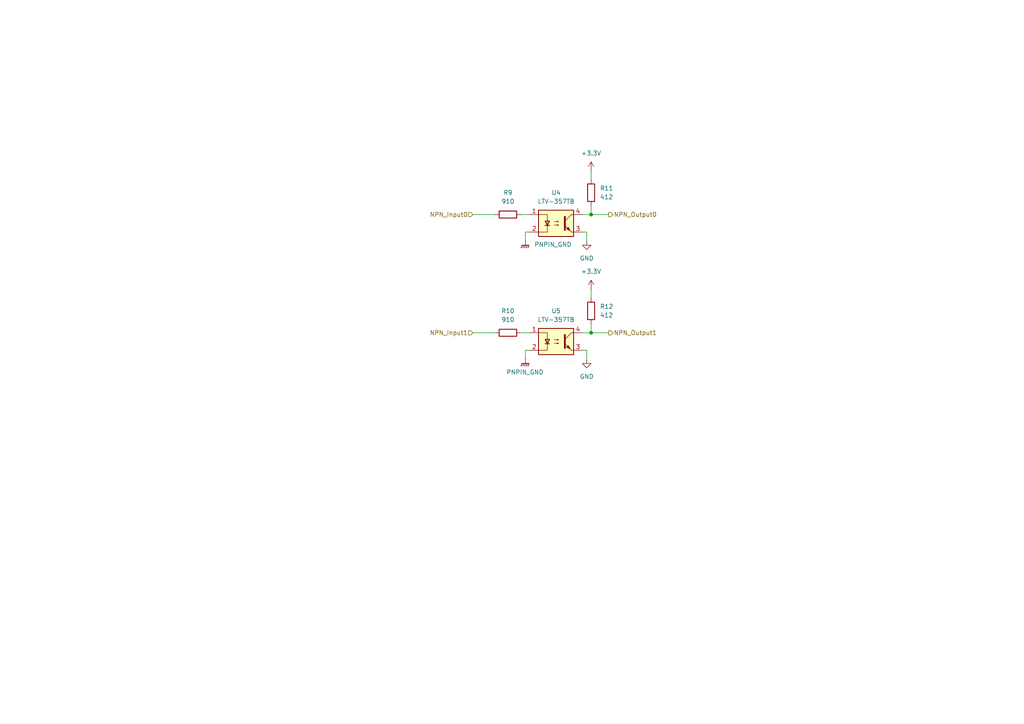
<source format=kicad_sch>
(kicad_sch
	(version 20250114)
	(generator "eeschema")
	(generator_version "9.0")
	(uuid "e63b338f-bd90-4c52-970e-b80b54cdea6a")
	(paper "A4")
	(lib_symbols
		(symbol "Device:R"
			(pin_numbers
				(hide yes)
			)
			(pin_names
				(offset 0)
			)
			(exclude_from_sim no)
			(in_bom yes)
			(on_board yes)
			(property "Reference" "R"
				(at 2.032 0 90)
				(effects
					(font
						(size 1.27 1.27)
					)
				)
			)
			(property "Value" "R"
				(at 0 0 90)
				(effects
					(font
						(size 1.27 1.27)
					)
				)
			)
			(property "Footprint" ""
				(at -1.778 0 90)
				(effects
					(font
						(size 1.27 1.27)
					)
					(hide yes)
				)
			)
			(property "Datasheet" "~"
				(at 0 0 0)
				(effects
					(font
						(size 1.27 1.27)
					)
					(hide yes)
				)
			)
			(property "Description" "Resistor"
				(at 0 0 0)
				(effects
					(font
						(size 1.27 1.27)
					)
					(hide yes)
				)
			)
			(property "ki_keywords" "R res resistor"
				(at 0 0 0)
				(effects
					(font
						(size 1.27 1.27)
					)
					(hide yes)
				)
			)
			(property "ki_fp_filters" "R_*"
				(at 0 0 0)
				(effects
					(font
						(size 1.27 1.27)
					)
					(hide yes)
				)
			)
			(symbol "R_0_1"
				(rectangle
					(start -1.016 -2.54)
					(end 1.016 2.54)
					(stroke
						(width 0.254)
						(type default)
					)
					(fill
						(type none)
					)
				)
			)
			(symbol "R_1_1"
				(pin passive line
					(at 0 3.81 270)
					(length 1.27)
					(name "~"
						(effects
							(font
								(size 1.27 1.27)
							)
						)
					)
					(number "1"
						(effects
							(font
								(size 1.27 1.27)
							)
						)
					)
				)
				(pin passive line
					(at 0 -3.81 90)
					(length 1.27)
					(name "~"
						(effects
							(font
								(size 1.27 1.27)
							)
						)
					)
					(number "2"
						(effects
							(font
								(size 1.27 1.27)
							)
						)
					)
				)
			)
			(embedded_fonts no)
		)
		(symbol "Isolator:LTV-357T"
			(pin_names
				(offset 1.016)
			)
			(exclude_from_sim no)
			(in_bom yes)
			(on_board yes)
			(property "Reference" "U"
				(at -5.334 4.826 0)
				(effects
					(font
						(size 1.27 1.27)
					)
					(justify left)
				)
			)
			(property "Value" "LTV-357T"
				(at 0 5.08 0)
				(effects
					(font
						(size 1.27 1.27)
					)
					(justify left)
				)
			)
			(property "Footprint" "Package_SO:SO-4_4.4x3.6mm_P2.54mm"
				(at -5.08 -5.08 0)
				(effects
					(font
						(size 1.27 1.27)
						(italic yes)
					)
					(justify left)
					(hide yes)
				)
			)
			(property "Datasheet" "https://www.buerklin.com/medias/sys_master/download/download/h91/ha0/8892020588574.pdf"
				(at 0 0 0)
				(effects
					(font
						(size 1.27 1.27)
					)
					(justify left)
					(hide yes)
				)
			)
			(property "Description" "DC Optocoupler, Vce 35V, CTR 50%, SO-4"
				(at 0 0 0)
				(effects
					(font
						(size 1.27 1.27)
					)
					(hide yes)
				)
			)
			(property "ki_keywords" "NPN DC Optocoupler"
				(at 0 0 0)
				(effects
					(font
						(size 1.27 1.27)
					)
					(hide yes)
				)
			)
			(property "ki_fp_filters" "SO*4.4x3.6mm*P2.54mm*"
				(at 0 0 0)
				(effects
					(font
						(size 1.27 1.27)
					)
					(hide yes)
				)
			)
			(symbol "LTV-357T_0_1"
				(rectangle
					(start -5.08 3.81)
					(end 5.08 -3.81)
					(stroke
						(width 0.254)
						(type default)
					)
					(fill
						(type background)
					)
				)
				(polyline
					(pts
						(xy -5.08 2.54) (xy -2.54 2.54) (xy -2.54 -0.762)
					)
					(stroke
						(width 0)
						(type default)
					)
					(fill
						(type none)
					)
				)
				(polyline
					(pts
						(xy -3.175 -0.635) (xy -1.905 -0.635)
					)
					(stroke
						(width 0.254)
						(type default)
					)
					(fill
						(type none)
					)
				)
				(polyline
					(pts
						(xy -2.54 -0.635) (xy -2.54 -2.54) (xy -5.08 -2.54)
					)
					(stroke
						(width 0)
						(type default)
					)
					(fill
						(type none)
					)
				)
				(polyline
					(pts
						(xy -2.54 -0.635) (xy -3.175 0.635) (xy -1.905 0.635) (xy -2.54 -0.635)
					)
					(stroke
						(width 0.254)
						(type default)
					)
					(fill
						(type none)
					)
				)
				(polyline
					(pts
						(xy -0.508 0.508) (xy 0.762 0.508) (xy 0.381 0.381) (xy 0.381 0.635) (xy 0.762 0.508)
					)
					(stroke
						(width 0)
						(type default)
					)
					(fill
						(type none)
					)
				)
				(polyline
					(pts
						(xy -0.508 -0.508) (xy 0.762 -0.508) (xy 0.381 -0.635) (xy 0.381 -0.381) (xy 0.762 -0.508)
					)
					(stroke
						(width 0)
						(type default)
					)
					(fill
						(type none)
					)
				)
				(polyline
					(pts
						(xy 2.54 1.905) (xy 2.54 -1.905) (xy 2.54 -1.905)
					)
					(stroke
						(width 0.508)
						(type default)
					)
					(fill
						(type none)
					)
				)
				(polyline
					(pts
						(xy 2.54 0.635) (xy 4.445 2.54)
					)
					(stroke
						(width 0)
						(type default)
					)
					(fill
						(type none)
					)
				)
				(polyline
					(pts
						(xy 3.048 -1.651) (xy 3.556 -1.143) (xy 4.064 -2.159) (xy 3.048 -1.651) (xy 3.048 -1.651)
					)
					(stroke
						(width 0)
						(type default)
					)
					(fill
						(type outline)
					)
				)
				(polyline
					(pts
						(xy 4.445 2.54) (xy 5.08 2.54)
					)
					(stroke
						(width 0)
						(type default)
					)
					(fill
						(type none)
					)
				)
				(polyline
					(pts
						(xy 4.445 -2.54) (xy 2.54 -0.635)
					)
					(stroke
						(width 0)
						(type default)
					)
					(fill
						(type outline)
					)
				)
				(polyline
					(pts
						(xy 4.445 -2.54) (xy 5.08 -2.54)
					)
					(stroke
						(width 0)
						(type default)
					)
					(fill
						(type none)
					)
				)
			)
			(symbol "LTV-357T_1_1"
				(pin passive line
					(at -7.62 2.54 0)
					(length 2.54)
					(name "~"
						(effects
							(font
								(size 1.27 1.27)
							)
						)
					)
					(number "1"
						(effects
							(font
								(size 1.27 1.27)
							)
						)
					)
				)
				(pin passive line
					(at -7.62 -2.54 0)
					(length 2.54)
					(name "~"
						(effects
							(font
								(size 1.27 1.27)
							)
						)
					)
					(number "2"
						(effects
							(font
								(size 1.27 1.27)
							)
						)
					)
				)
				(pin passive line
					(at 7.62 2.54 180)
					(length 2.54)
					(name "~"
						(effects
							(font
								(size 1.27 1.27)
							)
						)
					)
					(number "4"
						(effects
							(font
								(size 1.27 1.27)
							)
						)
					)
				)
				(pin passive line
					(at 7.62 -2.54 180)
					(length 2.54)
					(name "~"
						(effects
							(font
								(size 1.27 1.27)
							)
						)
					)
					(number "3"
						(effects
							(font
								(size 1.27 1.27)
							)
						)
					)
				)
			)
			(embedded_fonts no)
		)
		(symbol "power:+3.3V"
			(power)
			(pin_numbers
				(hide yes)
			)
			(pin_names
				(offset 0)
				(hide yes)
			)
			(exclude_from_sim no)
			(in_bom yes)
			(on_board yes)
			(property "Reference" "#PWR"
				(at 0 -3.81 0)
				(effects
					(font
						(size 1.27 1.27)
					)
					(hide yes)
				)
			)
			(property "Value" "+3.3V"
				(at 0 3.556 0)
				(effects
					(font
						(size 1.27 1.27)
					)
				)
			)
			(property "Footprint" ""
				(at 0 0 0)
				(effects
					(font
						(size 1.27 1.27)
					)
					(hide yes)
				)
			)
			(property "Datasheet" ""
				(at 0 0 0)
				(effects
					(font
						(size 1.27 1.27)
					)
					(hide yes)
				)
			)
			(property "Description" "Power symbol creates a global label with name \"+3.3V\""
				(at 0 0 0)
				(effects
					(font
						(size 1.27 1.27)
					)
					(hide yes)
				)
			)
			(property "ki_keywords" "global power"
				(at 0 0 0)
				(effects
					(font
						(size 1.27 1.27)
					)
					(hide yes)
				)
			)
			(symbol "+3.3V_0_1"
				(polyline
					(pts
						(xy -0.762 1.27) (xy 0 2.54)
					)
					(stroke
						(width 0)
						(type default)
					)
					(fill
						(type none)
					)
				)
				(polyline
					(pts
						(xy 0 2.54) (xy 0.762 1.27)
					)
					(stroke
						(width 0)
						(type default)
					)
					(fill
						(type none)
					)
				)
				(polyline
					(pts
						(xy 0 0) (xy 0 2.54)
					)
					(stroke
						(width 0)
						(type default)
					)
					(fill
						(type none)
					)
				)
			)
			(symbol "+3.3V_1_1"
				(pin power_in line
					(at 0 0 90)
					(length 0)
					(name "~"
						(effects
							(font
								(size 1.27 1.27)
							)
						)
					)
					(number "1"
						(effects
							(font
								(size 1.27 1.27)
							)
						)
					)
				)
			)
			(embedded_fonts no)
		)
		(symbol "power:GND"
			(power)
			(pin_numbers
				(hide yes)
			)
			(pin_names
				(offset 0)
				(hide yes)
			)
			(exclude_from_sim no)
			(in_bom yes)
			(on_board yes)
			(property "Reference" "#PWR"
				(at 0 -6.35 0)
				(effects
					(font
						(size 1.27 1.27)
					)
					(hide yes)
				)
			)
			(property "Value" "GND"
				(at 0 -3.81 0)
				(effects
					(font
						(size 1.27 1.27)
					)
				)
			)
			(property "Footprint" ""
				(at 0 0 0)
				(effects
					(font
						(size 1.27 1.27)
					)
					(hide yes)
				)
			)
			(property "Datasheet" ""
				(at 0 0 0)
				(effects
					(font
						(size 1.27 1.27)
					)
					(hide yes)
				)
			)
			(property "Description" "Power symbol creates a global label with name \"GND\" , ground"
				(at 0 0 0)
				(effects
					(font
						(size 1.27 1.27)
					)
					(hide yes)
				)
			)
			(property "ki_keywords" "global power"
				(at 0 0 0)
				(effects
					(font
						(size 1.27 1.27)
					)
					(hide yes)
				)
			)
			(symbol "GND_0_1"
				(polyline
					(pts
						(xy 0 0) (xy 0 -1.27) (xy 1.27 -1.27) (xy 0 -2.54) (xy -1.27 -1.27) (xy 0 -1.27)
					)
					(stroke
						(width 0)
						(type default)
					)
					(fill
						(type none)
					)
				)
			)
			(symbol "GND_1_1"
				(pin power_in line
					(at 0 0 270)
					(length 0)
					(name "~"
						(effects
							(font
								(size 1.27 1.27)
							)
						)
					)
					(number "1"
						(effects
							(font
								(size 1.27 1.27)
							)
						)
					)
				)
			)
			(embedded_fonts no)
		)
		(symbol "power:GNDPWR"
			(power)
			(pin_numbers
				(hide yes)
			)
			(pin_names
				(offset 0)
				(hide yes)
			)
			(exclude_from_sim no)
			(in_bom yes)
			(on_board yes)
			(property "Reference" "#PWR"
				(at 0 -5.08 0)
				(effects
					(font
						(size 1.27 1.27)
					)
					(hide yes)
				)
			)
			(property "Value" "GNDPWR"
				(at 0 -3.302 0)
				(effects
					(font
						(size 1.27 1.27)
					)
				)
			)
			(property "Footprint" ""
				(at 0 -1.27 0)
				(effects
					(font
						(size 1.27 1.27)
					)
					(hide yes)
				)
			)
			(property "Datasheet" ""
				(at 0 -1.27 0)
				(effects
					(font
						(size 1.27 1.27)
					)
					(hide yes)
				)
			)
			(property "Description" "Power symbol creates a global label with name \"GNDPWR\" , global ground"
				(at 0 0 0)
				(effects
					(font
						(size 1.27 1.27)
					)
					(hide yes)
				)
			)
			(property "ki_keywords" "global ground"
				(at 0 0 0)
				(effects
					(font
						(size 1.27 1.27)
					)
					(hide yes)
				)
			)
			(symbol "GNDPWR_0_1"
				(polyline
					(pts
						(xy -1.016 -1.27) (xy -1.27 -2.032) (xy -1.27 -2.032)
					)
					(stroke
						(width 0.2032)
						(type default)
					)
					(fill
						(type none)
					)
				)
				(polyline
					(pts
						(xy -0.508 -1.27) (xy -0.762 -2.032) (xy -0.762 -2.032)
					)
					(stroke
						(width 0.2032)
						(type default)
					)
					(fill
						(type none)
					)
				)
				(polyline
					(pts
						(xy 0 -1.27) (xy 0 0)
					)
					(stroke
						(width 0)
						(type default)
					)
					(fill
						(type none)
					)
				)
				(polyline
					(pts
						(xy 0 -1.27) (xy -0.254 -2.032) (xy -0.254 -2.032)
					)
					(stroke
						(width 0.2032)
						(type default)
					)
					(fill
						(type none)
					)
				)
				(polyline
					(pts
						(xy 0.508 -1.27) (xy 0.254 -2.032) (xy 0.254 -2.032)
					)
					(stroke
						(width 0.2032)
						(type default)
					)
					(fill
						(type none)
					)
				)
				(polyline
					(pts
						(xy 1.016 -1.27) (xy -1.016 -1.27) (xy -1.016 -1.27)
					)
					(stroke
						(width 0.2032)
						(type default)
					)
					(fill
						(type none)
					)
				)
				(polyline
					(pts
						(xy 1.016 -1.27) (xy 0.762 -2.032) (xy 0.762 -2.032) (xy 0.762 -2.032)
					)
					(stroke
						(width 0.2032)
						(type default)
					)
					(fill
						(type none)
					)
				)
			)
			(symbol "GNDPWR_1_1"
				(pin power_in line
					(at 0 0 270)
					(length 0)
					(name "~"
						(effects
							(font
								(size 1.27 1.27)
							)
						)
					)
					(number "1"
						(effects
							(font
								(size 1.27 1.27)
							)
						)
					)
				)
			)
			(embedded_fonts no)
		)
	)
	(junction
		(at 171.45 62.23)
		(diameter 0)
		(color 0 0 0 0)
		(uuid "251392dd-b0ba-4966-86f7-3b0f6bba7712")
	)
	(junction
		(at 171.45 96.52)
		(diameter 0)
		(color 0 0 0 0)
		(uuid "c87f85f3-b5f9-4d2f-b0e1-a4d97d890da7")
	)
	(wire
		(pts
			(xy 168.91 62.23) (xy 171.45 62.23)
		)
		(stroke
			(width 0)
			(type default)
		)
		(uuid "113ed71f-eab6-47d0-ae62-05c3b50373a0")
	)
	(wire
		(pts
			(xy 151.13 62.23) (xy 153.67 62.23)
		)
		(stroke
			(width 0)
			(type default)
		)
		(uuid "11e9d63d-050d-4965-a35b-70286ddd5109")
	)
	(wire
		(pts
			(xy 168.91 101.6) (xy 170.18 101.6)
		)
		(stroke
			(width 0)
			(type default)
		)
		(uuid "1bb3a43a-52ab-4b8b-bf10-077dcaad3301")
	)
	(wire
		(pts
			(xy 152.4 67.31) (xy 153.67 67.31)
		)
		(stroke
			(width 0)
			(type default)
		)
		(uuid "2d2b10dc-3a9d-41de-a4d4-09279585a612")
	)
	(wire
		(pts
			(xy 168.91 96.52) (xy 171.45 96.52)
		)
		(stroke
			(width 0)
			(type default)
		)
		(uuid "3525d4c9-4d31-4d6a-80cf-a2a60fdfebcf")
	)
	(wire
		(pts
			(xy 171.45 62.23) (xy 171.45 59.69)
		)
		(stroke
			(width 0)
			(type default)
		)
		(uuid "3c06f578-db1e-4b2d-90f8-2606ea5e9e41")
	)
	(wire
		(pts
			(xy 171.45 96.52) (xy 171.45 93.98)
		)
		(stroke
			(width 0)
			(type default)
		)
		(uuid "4470587e-e4a2-420d-aad8-f6fef59862a8")
	)
	(wire
		(pts
			(xy 152.4 101.6) (xy 153.67 101.6)
		)
		(stroke
			(width 0)
			(type default)
		)
		(uuid "47016aa5-9054-439a-abae-07c615331338")
	)
	(wire
		(pts
			(xy 137.16 96.52) (xy 143.51 96.52)
		)
		(stroke
			(width 0)
			(type default)
		)
		(uuid "679f119b-f62a-4c07-a518-7c446d2fd840")
	)
	(wire
		(pts
			(xy 151.13 96.52) (xy 153.67 96.52)
		)
		(stroke
			(width 0)
			(type default)
		)
		(uuid "7c1f20b2-ae55-4fcf-b33e-b11a688a0708")
	)
	(wire
		(pts
			(xy 152.4 69.85) (xy 152.4 67.31)
		)
		(stroke
			(width 0)
			(type default)
		)
		(uuid "7c9f32e2-4543-471f-bc81-6d2053e1df6c")
	)
	(wire
		(pts
			(xy 170.18 69.85) (xy 170.18 67.31)
		)
		(stroke
			(width 0)
			(type default)
		)
		(uuid "8a0cb2bf-1d70-4525-9622-205a4eb367c3")
	)
	(wire
		(pts
			(xy 171.45 62.23) (xy 176.53 62.23)
		)
		(stroke
			(width 0)
			(type default)
		)
		(uuid "8ae7fd0d-257a-4c71-b794-b7b5412fa1c6")
	)
	(wire
		(pts
			(xy 137.16 62.23) (xy 143.51 62.23)
		)
		(stroke
			(width 0)
			(type default)
		)
		(uuid "a9224f34-892d-4721-ae93-de681b8d050f")
	)
	(wire
		(pts
			(xy 168.91 67.31) (xy 170.18 67.31)
		)
		(stroke
			(width 0)
			(type default)
		)
		(uuid "bcb499b8-ab94-4165-8e23-746821ef797d")
	)
	(wire
		(pts
			(xy 171.45 49.53) (xy 171.45 52.07)
		)
		(stroke
			(width 0)
			(type default)
		)
		(uuid "c0fafe5a-5da4-49de-b734-2ac3689e9342")
	)
	(wire
		(pts
			(xy 171.45 83.82) (xy 171.45 86.36)
		)
		(stroke
			(width 0)
			(type default)
		)
		(uuid "d60262b9-79f0-4db3-b774-11abde318f04")
	)
	(wire
		(pts
			(xy 170.18 104.14) (xy 170.18 101.6)
		)
		(stroke
			(width 0)
			(type default)
		)
		(uuid "e6879853-c60a-443c-9395-c3ff0737eb92")
	)
	(wire
		(pts
			(xy 152.4 104.14) (xy 152.4 101.6)
		)
		(stroke
			(width 0)
			(type default)
		)
		(uuid "e82b2d1b-d670-4e92-8638-1850f787c244")
	)
	(wire
		(pts
			(xy 171.45 96.52) (xy 176.53 96.52)
		)
		(stroke
			(width 0)
			(type default)
		)
		(uuid "eb67f670-643d-46aa-9304-f79525b525c5")
	)
	(hierarchical_label "NPN_Input0"
		(shape input)
		(at 137.16 62.23 180)
		(effects
			(font
				(size 1.27 1.27)
			)
			(justify right)
		)
		(uuid "066b7e3e-752c-4897-be91-2220cb93ca09")
	)
	(hierarchical_label "NPN_Output0"
		(shape output)
		(at 176.53 62.23 0)
		(effects
			(font
				(size 1.27 1.27)
			)
			(justify left)
		)
		(uuid "4683a660-a6af-4e01-8b37-dc98f25ca3d1")
	)
	(hierarchical_label "NPN_Output1"
		(shape output)
		(at 176.53 96.52 0)
		(effects
			(font
				(size 1.27 1.27)
			)
			(justify left)
		)
		(uuid "5bc12842-763f-4521-9e9d-f4c80a87e709")
	)
	(hierarchical_label "NPN_Input1"
		(shape input)
		(at 137.16 96.52 180)
		(effects
			(font
				(size 1.27 1.27)
			)
			(justify right)
		)
		(uuid "8dd98e4f-a4ac-432c-b015-ee8967bc79e1")
	)
	(symbol
		(lib_id "Device:R")
		(at 147.32 96.52 90)
		(unit 1)
		(exclude_from_sim no)
		(in_bom yes)
		(on_board yes)
		(dnp no)
		(fields_autoplaced yes)
		(uuid "004646e9-4352-40af-b19a-25302ccf572c")
		(property "Reference" "R10"
			(at 147.32 90.17 90)
			(effects
				(font
					(size 1.27 1.27)
				)
			)
		)
		(property "Value" "910"
			(at 147.32 92.71 90)
			(effects
				(font
					(size 1.27 1.27)
				)
			)
		)
		(property "Footprint" "Resistor_SMD:R_0603_1608Metric"
			(at 147.32 98.298 90)
			(effects
				(font
					(size 1.27 1.27)
				)
				(hide yes)
			)
		)
		(property "Datasheet" "~"
			(at 147.32 96.52 0)
			(effects
				(font
					(size 1.27 1.27)
				)
				(hide yes)
			)
		)
		(property "Description" "Resistor"
			(at 147.32 96.52 0)
			(effects
				(font
					(size 1.27 1.27)
				)
				(hide yes)
			)
		)
		(property "LCSC#" "C114670"
			(at 147.32 96.52 90)
			(effects
				(font
					(size 1.27 1.27)
				)
				(hide yes)
			)
		)
		(pin "1"
			(uuid "c7436843-f654-4a24-a8f7-ed9a8968eecb")
		)
		(pin "2"
			(uuid "7b90e547-b9dd-40a6-b4bb-2123c884d78f")
		)
		(instances
			(project "NIVARA"
				(path "/8290cc18-06d0-4e02-a781-29a61ebc321a/9e4d7a0c-a5eb-4e88-9036-0c35e68b279a/d622ea12-fe2d-4cf1-abd0-941db96d5f54"
					(reference "R10")
					(unit 1)
				)
			)
			(project "NIVARA_ZorionX_BOARD"
				(path "/8e19332e-3534-4a04-99a8-04957ac8928f/d622ea12-fe2d-4cf1-abd0-941db96d5f54"
					(reference "R?")
					(unit 1)
				)
			)
		)
	)
	(symbol
		(lib_id "Device:R")
		(at 171.45 55.88 180)
		(unit 1)
		(exclude_from_sim no)
		(in_bom yes)
		(on_board yes)
		(dnp no)
		(fields_autoplaced yes)
		(uuid "051ee258-561f-49a1-833c-c6cdc7ea4217")
		(property "Reference" "R11"
			(at 173.99 54.6099 0)
			(effects
				(font
					(size 1.27 1.27)
				)
				(justify right)
			)
		)
		(property "Value" "412"
			(at 173.99 57.1499 0)
			(effects
				(font
					(size 1.27 1.27)
				)
				(justify right)
			)
		)
		(property "Footprint" "Resistor_SMD:R_0603_1608Metric"
			(at 173.228 55.88 90)
			(effects
				(font
					(size 1.27 1.27)
				)
				(hide yes)
			)
		)
		(property "Datasheet" "~"
			(at 171.45 55.88 0)
			(effects
				(font
					(size 1.27 1.27)
				)
				(hide yes)
			)
		)
		(property "Description" "Resistor"
			(at 171.45 55.88 0)
			(effects
				(font
					(size 1.27 1.27)
				)
				(hide yes)
			)
		)
		(pin "1"
			(uuid "6347a9f4-fab9-4029-a150-8ca530f54ca6")
		)
		(pin "2"
			(uuid "26ae7f6d-9706-4f08-b913-2050da123edf")
		)
		(instances
			(project "NIVARA"
				(path "/8290cc18-06d0-4e02-a781-29a61ebc321a/9e4d7a0c-a5eb-4e88-9036-0c35e68b279a/d622ea12-fe2d-4cf1-abd0-941db96d5f54"
					(reference "R11")
					(unit 1)
				)
			)
			(project "NIVARA_ZorionX_BOARD"
				(path "/8e19332e-3534-4a04-99a8-04957ac8928f/d622ea12-fe2d-4cf1-abd0-941db96d5f54"
					(reference "R?")
					(unit 1)
				)
			)
		)
	)
	(symbol
		(lib_id "power:GNDPWR")
		(at 152.4 69.85 0)
		(unit 1)
		(exclude_from_sim no)
		(in_bom yes)
		(on_board yes)
		(dnp no)
		(fields_autoplaced yes)
		(uuid "276f4b2c-3a85-4bbd-a1b3-296343ea7fe5")
		(property "Reference" "#PWR031"
			(at 152.4 74.93 0)
			(effects
				(font
					(size 1.27 1.27)
				)
				(hide yes)
			)
		)
		(property "Value" "PNPIN_GND"
			(at 154.94 70.9167 0)
			(effects
				(font
					(size 1.27 1.27)
				)
				(justify left)
			)
		)
		(property "Footprint" ""
			(at 152.4 71.12 0)
			(effects
				(font
					(size 1.27 1.27)
				)
				(hide yes)
			)
		)
		(property "Datasheet" ""
			(at 152.4 71.12 0)
			(effects
				(font
					(size 1.27 1.27)
				)
				(hide yes)
			)
		)
		(property "Description" "Power symbol creates a global label with name \"GNDPWR\" , global ground"
			(at 152.4 69.85 0)
			(effects
				(font
					(size 1.27 1.27)
				)
				(hide yes)
			)
		)
		(pin "1"
			(uuid "d8159f47-0818-40bf-b7d7-9b8d399b1bb8")
		)
		(instances
			(project "NIVARA"
				(path "/8290cc18-06d0-4e02-a781-29a61ebc321a/9e4d7a0c-a5eb-4e88-9036-0c35e68b279a/d622ea12-fe2d-4cf1-abd0-941db96d5f54"
					(reference "#PWR031")
					(unit 1)
				)
			)
			(project "NIVARA_ZorionX_BOARD"
				(path "/8e19332e-3534-4a04-99a8-04957ac8928f/d622ea12-fe2d-4cf1-abd0-941db96d5f54"
					(reference "#PWR?")
					(unit 1)
				)
			)
		)
	)
	(symbol
		(lib_id "Isolator:LTV-357T")
		(at 161.29 99.06 0)
		(unit 1)
		(exclude_from_sim no)
		(in_bom yes)
		(on_board yes)
		(dnp no)
		(fields_autoplaced yes)
		(uuid "29057740-47d6-4e58-a2f2-1bb918752c2e")
		(property "Reference" "U5"
			(at 161.29 90.17 0)
			(effects
				(font
					(size 1.27 1.27)
				)
			)
		)
		(property "Value" "LTV-357TB"
			(at 161.29 92.71 0)
			(effects
				(font
					(size 1.27 1.27)
				)
			)
		)
		(property "Footprint" "Package_SO:SO-4_4.4x3.6mm_P2.54mm"
			(at 156.21 104.14 0)
			(effects
				(font
					(size 1.27 1.27)
					(italic yes)
				)
				(justify left)
				(hide yes)
			)
		)
		(property "Datasheet" "https://www.buerklin.com/medias/sys_master/download/download/h91/ha0/8892020588574.pdf"
			(at 161.29 99.06 0)
			(effects
				(font
					(size 1.27 1.27)
				)
				(justify left)
				(hide yes)
			)
		)
		(property "Description" "DC Optocoupler, Vce 35V, CTR 50%, SO-4"
			(at 161.29 99.06 0)
			(effects
				(font
					(size 1.27 1.27)
				)
				(hide yes)
			)
		)
		(pin "3"
			(uuid "8ecf516a-b026-4141-8725-a377db0746bd")
		)
		(pin "1"
			(uuid "44917c7e-59e1-4fb2-8085-ea8095c010a7")
		)
		(pin "2"
			(uuid "560c3763-fedf-4e3b-aede-39f122bd8b6f")
		)
		(pin "4"
			(uuid "f5d1130c-f063-4a62-bbbe-85b4cc625a4e")
		)
		(instances
			(project "NIVARA"
				(path "/8290cc18-06d0-4e02-a781-29a61ebc321a/9e4d7a0c-a5eb-4e88-9036-0c35e68b279a/d622ea12-fe2d-4cf1-abd0-941db96d5f54"
					(reference "U5")
					(unit 1)
				)
			)
			(project "NIVARA_ZorionX_BOARD"
				(path "/8e19332e-3534-4a04-99a8-04957ac8928f/d622ea12-fe2d-4cf1-abd0-941db96d5f54"
					(reference "U?")
					(unit 1)
				)
			)
		)
	)
	(symbol
		(lib_id "power:+3.3V")
		(at 171.45 49.53 0)
		(unit 1)
		(exclude_from_sim no)
		(in_bom yes)
		(on_board yes)
		(dnp no)
		(fields_autoplaced yes)
		(uuid "29694778-dac7-4810-9fe0-f986e8fddbb0")
		(property "Reference" "#PWR035"
			(at 171.45 53.34 0)
			(effects
				(font
					(size 1.27 1.27)
				)
				(hide yes)
			)
		)
		(property "Value" "+3.3V"
			(at 171.45 44.45 0)
			(effects
				(font
					(size 1.27 1.27)
				)
			)
		)
		(property "Footprint" ""
			(at 171.45 49.53 0)
			(effects
				(font
					(size 1.27 1.27)
				)
				(hide yes)
			)
		)
		(property "Datasheet" ""
			(at 171.45 49.53 0)
			(effects
				(font
					(size 1.27 1.27)
				)
				(hide yes)
			)
		)
		(property "Description" "Power symbol creates a global label with name \"+3.3V\""
			(at 171.45 49.53 0)
			(effects
				(font
					(size 1.27 1.27)
				)
				(hide yes)
			)
		)
		(pin "1"
			(uuid "aa0d7366-eacd-4783-87a2-6ce41ace987c")
		)
		(instances
			(project "NIVARA"
				(path "/8290cc18-06d0-4e02-a781-29a61ebc321a/9e4d7a0c-a5eb-4e88-9036-0c35e68b279a/d622ea12-fe2d-4cf1-abd0-941db96d5f54"
					(reference "#PWR035")
					(unit 1)
				)
			)
			(project "NIVARA_ZorionX_BOARD"
				(path "/8e19332e-3534-4a04-99a8-04957ac8928f/d622ea12-fe2d-4cf1-abd0-941db96d5f54"
					(reference "#PWR?")
					(unit 1)
				)
			)
		)
	)
	(symbol
		(lib_id "Isolator:LTV-357T")
		(at 161.29 64.77 0)
		(unit 1)
		(exclude_from_sim no)
		(in_bom yes)
		(on_board yes)
		(dnp no)
		(fields_autoplaced yes)
		(uuid "475fc676-6b98-4204-9fc1-3a923f0cb5e4")
		(property "Reference" "U4"
			(at 161.29 55.88 0)
			(effects
				(font
					(size 1.27 1.27)
				)
			)
		)
		(property "Value" "LTV-357TB"
			(at 161.29 58.42 0)
			(effects
				(font
					(size 1.27 1.27)
				)
			)
		)
		(property "Footprint" "Package_SO:SO-4_4.4x3.6mm_P2.54mm"
			(at 156.21 69.85 0)
			(effects
				(font
					(size 1.27 1.27)
					(italic yes)
				)
				(justify left)
				(hide yes)
			)
		)
		(property "Datasheet" "https://www.buerklin.com/medias/sys_master/download/download/h91/ha0/8892020588574.pdf"
			(at 161.29 64.77 0)
			(effects
				(font
					(size 1.27 1.27)
				)
				(justify left)
				(hide yes)
			)
		)
		(property "Description" "DC Optocoupler, Vce 35V, CTR 50%, SO-4"
			(at 161.29 64.77 0)
			(effects
				(font
					(size 1.27 1.27)
				)
				(hide yes)
			)
		)
		(pin "3"
			(uuid "c3fe580f-86f1-43c7-9169-0628b454ff72")
		)
		(pin "1"
			(uuid "ff93d603-68bd-4653-b760-cc62d2cb612e")
		)
		(pin "2"
			(uuid "67994852-5df6-418c-b80e-dfbf3635acbe")
		)
		(pin "4"
			(uuid "8724be08-7138-47a7-9b99-4cad8d871795")
		)
		(instances
			(project "NIVARA"
				(path "/8290cc18-06d0-4e02-a781-29a61ebc321a/9e4d7a0c-a5eb-4e88-9036-0c35e68b279a/d622ea12-fe2d-4cf1-abd0-941db96d5f54"
					(reference "U4")
					(unit 1)
				)
			)
			(project "NIVARA_ZorionX_BOARD"
				(path "/8e19332e-3534-4a04-99a8-04957ac8928f/d622ea12-fe2d-4cf1-abd0-941db96d5f54"
					(reference "U?")
					(unit 1)
				)
			)
		)
	)
	(symbol
		(lib_id "power:GND")
		(at 170.18 69.85 0)
		(unit 1)
		(exclude_from_sim no)
		(in_bom yes)
		(on_board yes)
		(dnp no)
		(fields_autoplaced yes)
		(uuid "594f678e-f8fb-48a8-ab0d-c5a44a0ed7d2")
		(property "Reference" "#PWR033"
			(at 170.18 76.2 0)
			(effects
				(font
					(size 1.27 1.27)
				)
				(hide yes)
			)
		)
		(property "Value" "GND"
			(at 170.18 74.93 0)
			(effects
				(font
					(size 1.27 1.27)
				)
			)
		)
		(property "Footprint" ""
			(at 170.18 69.85 0)
			(effects
				(font
					(size 1.27 1.27)
				)
				(hide yes)
			)
		)
		(property "Datasheet" ""
			(at 170.18 69.85 0)
			(effects
				(font
					(size 1.27 1.27)
				)
				(hide yes)
			)
		)
		(property "Description" "Power symbol creates a global label with name \"GND\" , ground"
			(at 170.18 69.85 0)
			(effects
				(font
					(size 1.27 1.27)
				)
				(hide yes)
			)
		)
		(pin "1"
			(uuid "976364ef-54e9-4605-b806-cc0d7cfc3c43")
		)
		(instances
			(project "NIVARA"
				(path "/8290cc18-06d0-4e02-a781-29a61ebc321a/9e4d7a0c-a5eb-4e88-9036-0c35e68b279a/d622ea12-fe2d-4cf1-abd0-941db96d5f54"
					(reference "#PWR033")
					(unit 1)
				)
			)
			(project "NIVARA_ZorionX_BOARD"
				(path "/8e19332e-3534-4a04-99a8-04957ac8928f/d622ea12-fe2d-4cf1-abd0-941db96d5f54"
					(reference "#PWR?")
					(unit 1)
				)
			)
		)
	)
	(symbol
		(lib_id "Device:R")
		(at 171.45 90.17 180)
		(unit 1)
		(exclude_from_sim no)
		(in_bom yes)
		(on_board yes)
		(dnp no)
		(fields_autoplaced yes)
		(uuid "7efd78a2-171e-4872-a864-1f6d5c7938c4")
		(property "Reference" "R12"
			(at 173.99 88.8999 0)
			(effects
				(font
					(size 1.27 1.27)
				)
				(justify right)
			)
		)
		(property "Value" "412"
			(at 173.99 91.4399 0)
			(effects
				(font
					(size 1.27 1.27)
				)
				(justify right)
			)
		)
		(property "Footprint" "Resistor_SMD:R_0603_1608Metric"
			(at 173.228 90.17 90)
			(effects
				(font
					(size 1.27 1.27)
				)
				(hide yes)
			)
		)
		(property "Datasheet" "~"
			(at 171.45 90.17 0)
			(effects
				(font
					(size 1.27 1.27)
				)
				(hide yes)
			)
		)
		(property "Description" "Resistor"
			(at 171.45 90.17 0)
			(effects
				(font
					(size 1.27 1.27)
				)
				(hide yes)
			)
		)
		(pin "1"
			(uuid "01c83767-b741-4b1a-a286-45659d65a127")
		)
		(pin "2"
			(uuid "f1c2f27e-20d6-4c18-8d6a-bb68de4a1ec0")
		)
		(instances
			(project "NIVARA"
				(path "/8290cc18-06d0-4e02-a781-29a61ebc321a/9e4d7a0c-a5eb-4e88-9036-0c35e68b279a/d622ea12-fe2d-4cf1-abd0-941db96d5f54"
					(reference "R12")
					(unit 1)
				)
			)
			(project "NIVARA_ZorionX_BOARD"
				(path "/8e19332e-3534-4a04-99a8-04957ac8928f/d622ea12-fe2d-4cf1-abd0-941db96d5f54"
					(reference "R?")
					(unit 1)
				)
			)
		)
	)
	(symbol
		(lib_id "power:GNDPWR")
		(at 152.4 104.14 0)
		(unit 1)
		(exclude_from_sim no)
		(in_bom yes)
		(on_board yes)
		(dnp no)
		(fields_autoplaced yes)
		(uuid "961513e2-2725-4679-8c68-b4f9c96adac0")
		(property "Reference" "#PWR032"
			(at 152.4 109.22 0)
			(effects
				(font
					(size 1.27 1.27)
				)
				(hide yes)
			)
		)
		(property "Value" "PNPIN_GND"
			(at 152.273 107.95 0)
			(effects
				(font
					(size 1.27 1.27)
				)
			)
		)
		(property "Footprint" ""
			(at 152.4 105.41 0)
			(effects
				(font
					(size 1.27 1.27)
				)
				(hide yes)
			)
		)
		(property "Datasheet" ""
			(at 152.4 105.41 0)
			(effects
				(font
					(size 1.27 1.27)
				)
				(hide yes)
			)
		)
		(property "Description" "Power symbol creates a global label with name \"GNDPWR\" , global ground"
			(at 152.4 104.14 0)
			(effects
				(font
					(size 1.27 1.27)
				)
				(hide yes)
			)
		)
		(pin "1"
			(uuid "517e086a-2326-408c-bf27-c16556d205d6")
		)
		(instances
			(project "NIVARA"
				(path "/8290cc18-06d0-4e02-a781-29a61ebc321a/9e4d7a0c-a5eb-4e88-9036-0c35e68b279a/d622ea12-fe2d-4cf1-abd0-941db96d5f54"
					(reference "#PWR032")
					(unit 1)
				)
			)
			(project "NIVARA_ZorionX_BOARD"
				(path "/8e19332e-3534-4a04-99a8-04957ac8928f/d622ea12-fe2d-4cf1-abd0-941db96d5f54"
					(reference "#PWR?")
					(unit 1)
				)
			)
		)
	)
	(symbol
		(lib_id "power:+3.3V")
		(at 171.45 83.82 0)
		(unit 1)
		(exclude_from_sim no)
		(in_bom yes)
		(on_board yes)
		(dnp no)
		(fields_autoplaced yes)
		(uuid "a507e94e-52dd-4fa8-97e4-21eb3eb4b32e")
		(property "Reference" "#PWR036"
			(at 171.45 87.63 0)
			(effects
				(font
					(size 1.27 1.27)
				)
				(hide yes)
			)
		)
		(property "Value" "+3.3V"
			(at 171.45 78.74 0)
			(effects
				(font
					(size 1.27 1.27)
				)
			)
		)
		(property "Footprint" ""
			(at 171.45 83.82 0)
			(effects
				(font
					(size 1.27 1.27)
				)
				(hide yes)
			)
		)
		(property "Datasheet" ""
			(at 171.45 83.82 0)
			(effects
				(font
					(size 1.27 1.27)
				)
				(hide yes)
			)
		)
		(property "Description" "Power symbol creates a global label with name \"+3.3V\""
			(at 171.45 83.82 0)
			(effects
				(font
					(size 1.27 1.27)
				)
				(hide yes)
			)
		)
		(pin "1"
			(uuid "a825d63a-ce82-411c-9b7c-0fdd9b475178")
		)
		(instances
			(project "NIVARA"
				(path "/8290cc18-06d0-4e02-a781-29a61ebc321a/9e4d7a0c-a5eb-4e88-9036-0c35e68b279a/d622ea12-fe2d-4cf1-abd0-941db96d5f54"
					(reference "#PWR036")
					(unit 1)
				)
			)
			(project "NIVARA_ZorionX_BOARD"
				(path "/8e19332e-3534-4a04-99a8-04957ac8928f/d622ea12-fe2d-4cf1-abd0-941db96d5f54"
					(reference "#PWR?")
					(unit 1)
				)
			)
		)
	)
	(symbol
		(lib_id "power:GND")
		(at 170.18 104.14 0)
		(unit 1)
		(exclude_from_sim no)
		(in_bom yes)
		(on_board yes)
		(dnp no)
		(fields_autoplaced yes)
		(uuid "ab25fc56-66ac-42e6-8ba0-5ded43ce904f")
		(property "Reference" "#PWR034"
			(at 170.18 110.49 0)
			(effects
				(font
					(size 1.27 1.27)
				)
				(hide yes)
			)
		)
		(property "Value" "GND"
			(at 170.18 109.22 0)
			(effects
				(font
					(size 1.27 1.27)
				)
			)
		)
		(property "Footprint" ""
			(at 170.18 104.14 0)
			(effects
				(font
					(size 1.27 1.27)
				)
				(hide yes)
			)
		)
		(property "Datasheet" ""
			(at 170.18 104.14 0)
			(effects
				(font
					(size 1.27 1.27)
				)
				(hide yes)
			)
		)
		(property "Description" "Power symbol creates a global label with name \"GND\" , ground"
			(at 170.18 104.14 0)
			(effects
				(font
					(size 1.27 1.27)
				)
				(hide yes)
			)
		)
		(pin "1"
			(uuid "fddf7b60-05cd-4781-b24c-14a1d0613572")
		)
		(instances
			(project "NIVARA"
				(path "/8290cc18-06d0-4e02-a781-29a61ebc321a/9e4d7a0c-a5eb-4e88-9036-0c35e68b279a/d622ea12-fe2d-4cf1-abd0-941db96d5f54"
					(reference "#PWR034")
					(unit 1)
				)
			)
			(project "NIVARA_ZorionX_BOARD"
				(path "/8e19332e-3534-4a04-99a8-04957ac8928f/d622ea12-fe2d-4cf1-abd0-941db96d5f54"
					(reference "#PWR?")
					(unit 1)
				)
			)
		)
	)
	(symbol
		(lib_id "Device:R")
		(at 147.32 62.23 90)
		(unit 1)
		(exclude_from_sim no)
		(in_bom yes)
		(on_board yes)
		(dnp no)
		(fields_autoplaced yes)
		(uuid "b9eb72a7-4b5f-4f7a-aaa0-f79f65607ff8")
		(property "Reference" "R9"
			(at 147.32 55.88 90)
			(effects
				(font
					(size 1.27 1.27)
				)
			)
		)
		(property "Value" "910"
			(at 147.32 58.42 90)
			(effects
				(font
					(size 1.27 1.27)
				)
			)
		)
		(property "Footprint" "Resistor_SMD:R_0603_1608Metric"
			(at 147.32 64.008 90)
			(effects
				(font
					(size 1.27 1.27)
				)
				(hide yes)
			)
		)
		(property "Datasheet" "~"
			(at 147.32 62.23 0)
			(effects
				(font
					(size 1.27 1.27)
				)
				(hide yes)
			)
		)
		(property "Description" "Resistor"
			(at 147.32 62.23 0)
			(effects
				(font
					(size 1.27 1.27)
				)
				(hide yes)
			)
		)
		(property "LCSC#" "C114670"
			(at 147.32 62.23 90)
			(effects
				(font
					(size 1.27 1.27)
				)
				(hide yes)
			)
		)
		(pin "1"
			(uuid "a7b6781c-3d25-46c6-9113-951c426dc6ae")
		)
		(pin "2"
			(uuid "90df33c4-73b3-4d34-96e8-e96756f4d6ec")
		)
		(instances
			(project "NIVARA"
				(path "/8290cc18-06d0-4e02-a781-29a61ebc321a/9e4d7a0c-a5eb-4e88-9036-0c35e68b279a/d622ea12-fe2d-4cf1-abd0-941db96d5f54"
					(reference "R9")
					(unit 1)
				)
			)
			(project "NIVARA_ZorionX_BOARD"
				(path "/8e19332e-3534-4a04-99a8-04957ac8928f/d622ea12-fe2d-4cf1-abd0-941db96d5f54"
					(reference "R?")
					(unit 1)
				)
			)
		)
	)
)

</source>
